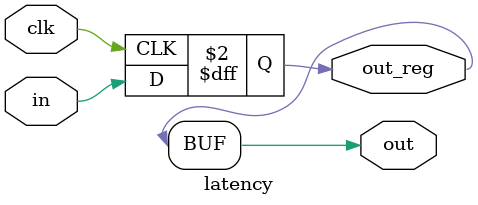
<source format=sv>
module latency#(
    parameter length = 1
)
(
    input  clk,
    input  in,
    output out,
    output reg [length-1:0] out_reg//âåñü ñäâèãîâûé ðåãèñòð äëÿ ïðîìåæóòî÷íûõ çàäåðæåê
);

if(length == 1) begin
    always_ff@(posedge clk)
        out_reg[0] <= in;
end
else begin
    always_ff@(posedge clk)
        out_reg[length-1:0] <= {out_reg[length-2:0],in};
end

assign out = out_reg[length-1];

endmodule

</source>
